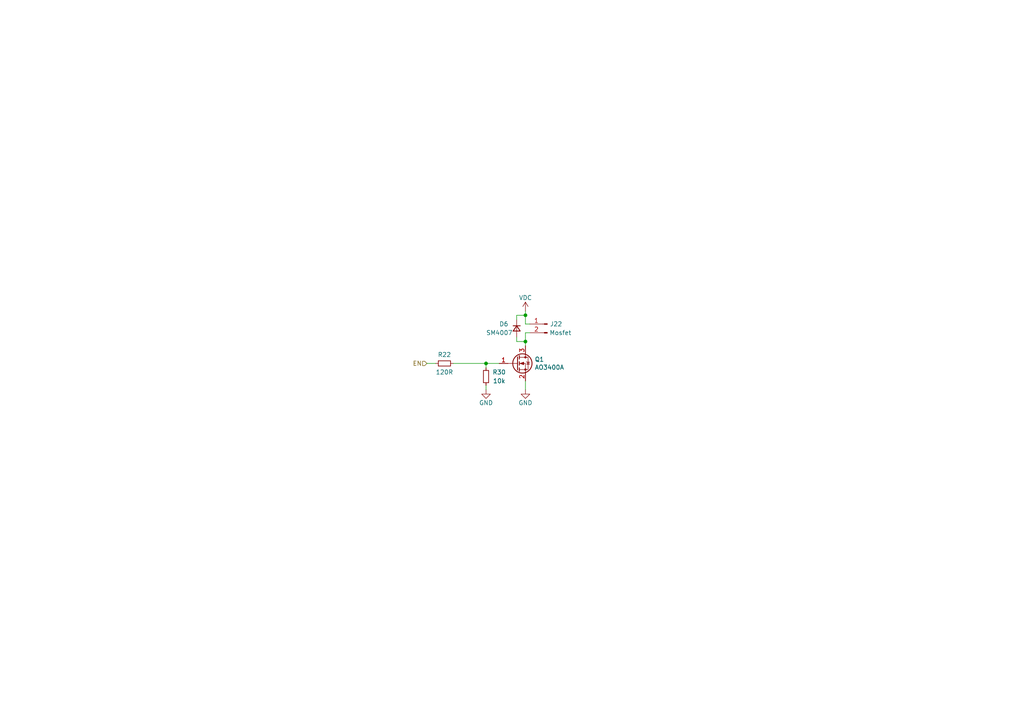
<source format=kicad_sch>
(kicad_sch (version 20230121) (generator eeschema)
  (paper "A4")
  (title_block (title "LumenPnP Motherboard") (date "2022-03-29") (rev "003") (company "Opulo"))
  (lib_symbols
    (symbol "Connector:Conn_01x02_Male" (pin_names (offset 1.016) hide)
      (property "Reference" "J" (at 0 2.54 0))
      (property "Value" "Conn_01x02_Male" (at 0 -5.08 0))
      (symbol "Conn_01x02_Male_1_1"
        (polyline (pts (xy 1.27 -2.54) (xy 0.8636 -2.54)) (stroke (width 0.1524)))
        (polyline (pts (xy 1.27 0) (xy 0.8636 0)) (stroke (width 0.1524)))
        (rectangle (start 0.8636 -2.413) (end 0 -2.667) (stroke (width 0.1524)) (fill (type outline)))
        (rectangle (start 0.8636 0.127) (end 0 -0.127) (stroke (width 0.1524)) (fill (type outline)))
        (pin passive line (at 5.08 0 180) (length 3.81) (name "Pin_1") (number "1"))
        (pin passive line (at 5.08 -2.54 180) (length 3.81) (name "Pin_2") (number "2"))
      )
    )
    (symbol "Device:D_Small" (pin_numbers hide) (pin_names (offset 0.254) hide)
      (property "Reference" "D" (at -1.27 2.032 0))
      (property "Value" "D_Small" (at -3.81 -2.032 0))
      (symbol "D_Small_0_1"
        (polyline (pts (xy -0.762 -1.016) (xy -0.762 1.016)) (stroke (width 0.254)))
        (polyline (pts (xy -0.762 0) (xy 0.762 0)))
        (polyline (pts (xy 0.762 -1.016) (xy -0.762 0) (xy 0.762 1.016) (xy 0.762 -1.016)) (stroke (width 0.254)))
      )
      (symbol "D_Small_1_1"
        (pin passive line (at -2.54 0 0) (length 1.778) (name "K") (number "1"))
        (pin passive line (at 2.54 0 180) (length 1.778) (name "A") (number "2"))
      )
    )
    (symbol "Device:R_Small" (pin_numbers hide) (pin_names (offset 0.254) hide)
      (property "Reference" "R" (at 0.762 0.508 0))
      (property "Value" "R_Small" (at 0.762 -1.016 0))
      (symbol "R_Small_0_1"
        (rectangle (start -0.762 1.778) (end 0.762 -1.778) (stroke (width 0.2032)))
      )
      (symbol "R_Small_1_1"
        (pin passive line (at 0 2.54 270) (length 0.762) (name "~") (number "1"))
        (pin passive line (at 0 -2.54 90) (length 0.762) (name "~") (number "2"))
      )
    )
    (symbol "Transistor_FET:AO3400A" (pin_names hide)
      (property "Reference" "Q" (at 5.08 1.905 0))
      (property "Value" "AO3400A" (at 5.08 0 0))
      (symbol "AO3400A_0_1"
        (polyline (pts (xy 0.254 0) (xy -2.54 0)))
        (polyline (pts (xy 0.254 1.905) (xy 0.254 -1.905)) (stroke (width 0.254)))
        (polyline (pts (xy 0.762 -1.27) (xy 0.762 -2.286)) (stroke (width 0.254)))
        (polyline (pts (xy 0.762 0.508) (xy 0.762 -0.508)) (stroke (width 0.254)))
        (polyline (pts (xy 0.762 2.286) (xy 0.762 1.27)) (stroke (width 0.254)))
        (polyline (pts (xy 2.54 2.54) (xy 2.54 1.778)))
        (polyline (pts (xy 2.54 -2.54) (xy 2.54 0) (xy 0.762 0)))
        (polyline (pts (xy 0.762 -1.778) (xy 3.302 -1.778) (xy 3.302 1.778) (xy 0.762 1.778)))
        (polyline (pts (xy 1.016 0) (xy 2.032 0.381) (xy 2.032 -0.381) (xy 1.016 0)) (fill (type outline)))
        (polyline (pts (xy 2.794 0.508) (xy 2.921 0.381) (xy 3.683 0.381) (xy 3.81 0.254)))
        (polyline (pts (xy 3.302 0.381) (xy 2.921 -0.254) (xy 3.683 -0.254) (xy 3.302 0.381)))
        (circle (center 1.651 0) (radius 2.794) (stroke (width 0.254)))
        (circle (center 2.54 -1.778) (radius 0.254) (fill (type outline)))
        (circle (center 2.54 1.778) (radius 0.254) (fill (type outline)))
      )
      (symbol "AO3400A_1_1"
        (pin input line (at -5.08 0 0) (length 2.54) (name "G") (number "1"))
        (pin passive line (at 2.54 -5.08 90) (length 2.54) (name "S") (number "2"))
        (pin passive line (at 2.54 5.08 270) (length 2.54) (name "D") (number "3"))
      )
    )
    (symbol "power:GND" (power) (pin_names (offset 0))
      (property "Value" "GND" (at 0 -3.81 0))
      (symbol "GND_0_1"
        (polyline (pts (xy 0 0) (xy 0 -1.27) (xy 1.27 -1.27) (xy 0 -2.54) (xy -1.27 -1.27) (xy 0 -1.27)))
      )
      (symbol "GND_1_1"
        (pin power_in line (at 0 0 270) (length 0) hide (name "GND") (number "1"))
      )
    )
    (symbol "power:VDC" (power) (pin_names (offset 0))
      (property "Value" "VDC" (at 0 6.35 0))
      (symbol "VDC_0_1"
        (polyline (pts (xy -0.762 1.27) (xy 0 2.54)))
        (polyline (pts (xy 0 0) (xy 0 2.54)))
        (polyline (pts (xy 0 2.54) (xy 0.762 1.27)))
      )
      (symbol "VDC_1_1"
        (pin power_in line (at 0 0 90) (length 0) hide (name "VDC") (number "1"))
      )
    )
  )
  (junction (at 152.4 91.44))
  (junction (at 140.97 105.41))
  (junction (at 152.4 99.06))
  (wire (pts (xy 152.4 90.17) (xy 152.4 91.44)))
  (wire (pts (xy 140.97 105.41) (xy 144.78 105.41)))
  (wire (pts (xy 152.4 96.52) (xy 152.4 99.06)))
  (wire (pts (xy 152.4 99.06) (xy 152.4 100.33)))
  (wire (pts (xy 149.86 97.79) (xy 149.86 99.06)))
  (wire (pts (xy 149.86 99.06) (xy 152.4 99.06)))
  (wire (pts (xy 153.67 93.98) (xy 152.4 93.98)))
  (wire (pts (xy 149.86 92.71) (xy 149.86 91.44)))
  (wire (pts (xy 152.4 93.98) (xy 152.4 91.44)))
  (wire (pts (xy 152.4 110.49) (xy 152.4 113.03)))
  (wire (pts (xy 140.97 111.76) (xy 140.97 113.03)))
  (wire (pts (xy 153.67 96.52) (xy 152.4 96.52)))
  (wire (pts (xy 123.825 105.41) (xy 126.365 105.41)))
  (wire (pts (xy 140.97 106.68) (xy 140.97 105.41)))
  (wire (pts (xy 149.86 91.44) (xy 152.4 91.44)))
  (wire (pts (xy 131.445 105.41) (xy 140.97 105.41)))
  (hierarchical_label "EN" (shape input) (at 123.825 105.41 180))
  (symbol (lib_id "Connector:Conn_01x02_Male") (at 158.75 93.98 0) (mirror y) (unit 1)
    (property "Reference" "J22" (at 161.29 93.98 0))
    (property "Value" "Mosfet" (at 162.56 96.52 0))
    (property "Footprint" "Connector_JST:JST_XH_B2B-XH-A_1x02_P2.50mm_Vertical" (effects hide))
    (property "JLCPCB" "C20079" (effects hide))
    (property "LCSC" "C20079" (effects hide))
    (property "Digikey" "455-2247-ND" (effects hide))
    (instances (project "mobo" (path "" (reference "J22") (unit 1)) (path "" (reference "J23") (unit 1)) (path "" (reference "J24") (unit 1)) (path "" (reference "J25") (unit 1))))
  )
  (symbol (lib_id "Transistor_FET:AO3400A") (at 149.86 105.41 0) (unit 1)
    (property "Reference" "Q1" (at 155.067 104.2416 0) (effects (justify left)))
    (property "Value" "AO3400A" (at 155.067 106.553 0) (effects (justify left)))
    (property "Footprint" "Package_TO_SOT_SMD:SOT-23" (effects hide))
    (property "Datasheet" "http://www.aosmd.com/pdfs/datasheet/AO3400A.pdf" (effects hide))
    (property "Mouser" "942-IRLML6344TRPBF" (effects hide))
    (property "LCSC" "C427382" (effects hide))
    (property "JLCPCB" "C332101" (effects hide))
    (property "Digikey" "IRLML6344TRPBFCT-ND" (effects hide))
    (property "Notes" "30V/5A" (effects hide))
    (instances (project "mobo" (path "" (reference "Q1") (unit 1)) (path "" (reference "Q2") (unit 1)) (path "" (reference "Q3") (unit 1)) (path "" (reference "Q4") (unit 1))))
  )
  (symbol (lib_id "power:GND") (at 152.4 113.03 0) (mirror y) (unit 1)
    (property "Reference" "#PWR0188" (effects hide))
    (property "Value" "GND" (at 152.4 116.84 0))
    (instances (project "mobo" (path "" (reference "#PWR0188") (unit 1)) (path "" (reference "#PWR0190") (unit 1)) (path "" (reference "#PWR0192") (unit 1)) (path "" (reference "#PWR0194") (unit 1))))
  )
  (symbol (lib_id "Device:R_Small") (at 140.97 109.22 180) (unit 1)
    (property "Reference" "R30" (at 144.78 107.95 0))
    (property "Value" "10k" (at 144.78 110.49 0))
    (property "Footprint" "Resistor_SMD:R_0805_2012Metric" (effects hide))
    (property "Datasheet" "https://www.vishay.com/docs/20035/dcrcwe3.pdf" (effects hide))
    (property "JLCPCB" "C4360" (effects hide))
    (property "LCSC" "C139879" (effects hide))
    (property "Digikey" "541-36.0KCCT-ND" (effects hide))
    (property "Mouser" "71-CRCW080536K0FKEA" (effects hide))
    (property "Notes" "125mW/1%" (effects hide))
    (instances (project "mobo" (path "" (reference "R30") (unit 1)) (path "" (reference "R32") (unit 1)) (path "" (reference "R34") (unit 1)) (path "" (reference "R36") (unit 1))))
  )
  (symbol (lib_id "Device:D_Small") (at 149.86 95.25 270) (unit 1)
    (property "Reference" "D6" (at 144.78 93.98 90) (effects (justify left)))
    (property "Value" "SM4007" (at 140.97 96.52 90) (effects (justify left)))
    (property "Footprint" "Diode_SMD:D_SOD-123F" (effects hide))
    (property "Datasheet" "http://cdn-reichelt.de/documents/datenblatt/A400/SMD1N400%23DIO.pdf" (effects hide))
    (property "JLCPCB" "C64898" (effects hide))
    (property "LCSC" "C64898" (effects hide))
    (property "Digikey" "SM4007PL-TPMSCT-ND" (effects hide))
    (property "Mouser" "833-SM4007PL-TP" (effects hide))
    (property "Notes" "100V/1A" (effects hide))
    (instances (project "mobo" (path "" (reference "D6") (unit 1)) (path "" (reference "D7") (unit 1)) (path "" (reference "D8") (unit 1)) (path "" (reference "D9") (unit 1))))
  )
  (symbol (lib_id "power:VDC") (at 152.4 90.17 0) (unit 1)
    (property "Reference" "#PWR0187" (effects hide))
    (property "Value" "VDC" (at 152.4 86.36 0))
    (instances (project "mobo" (path "" (reference "#PWR0187") (unit 1)) (path "" (reference "#PWR0189") (unit 1)) (path "" (reference "#PWR0191") (unit 1)) (path "" (reference "#PWR0193") (unit 1))))
  )
  (symbol (lib_id "power:GND") (at 140.97 113.03 0) (unit 1)
    (property "Reference" "#PWR0106" (effects hide))
    (property "Value" "GND" (at 140.97 116.84 0))
    (instances (project "mobo" (path "" (reference "#PWR0106") (unit 1)) (path "" (reference "#PWR0101") (unit 1)) (path "" (reference "#PWR0102") (unit 1)) (path "" (reference "#PWR0104") (unit 1))))
  )
  (symbol (lib_id "Device:R_Small") (at 128.905 105.41 270) (unit 1)
    (property "Reference" "R22" (at 128.905 102.87 90))
    (property "Value" "120R" (at 128.905 107.95 90))
    (property "Footprint" "Resistor_SMD:R_0805_2012Metric" (effects hide))
    (property "Datasheet" "https://www.vishay.com/docs/20035/dcrcwe3.pdf" (effects hide))
    (property "JLCPCB" "C4360" (effects hide))
    (property "LCSC" "C139879" (effects hide))
    (property "Digikey" "541-36.0KCCT-ND" (effects hide))
    (property "Mouser" "71-CRCW080536K0FKEA" (effects hide))
    (property "Notes" "125mW/1%" (effects hide))
    (instances (project "mobo" (path "" (reference "R22") (unit 1)) (path "" (reference "R18") (unit 1)) (path "" (reference "R20") (unit 1)) (path "" (reference "R21") (unit 1))))
  )
)
</source>
